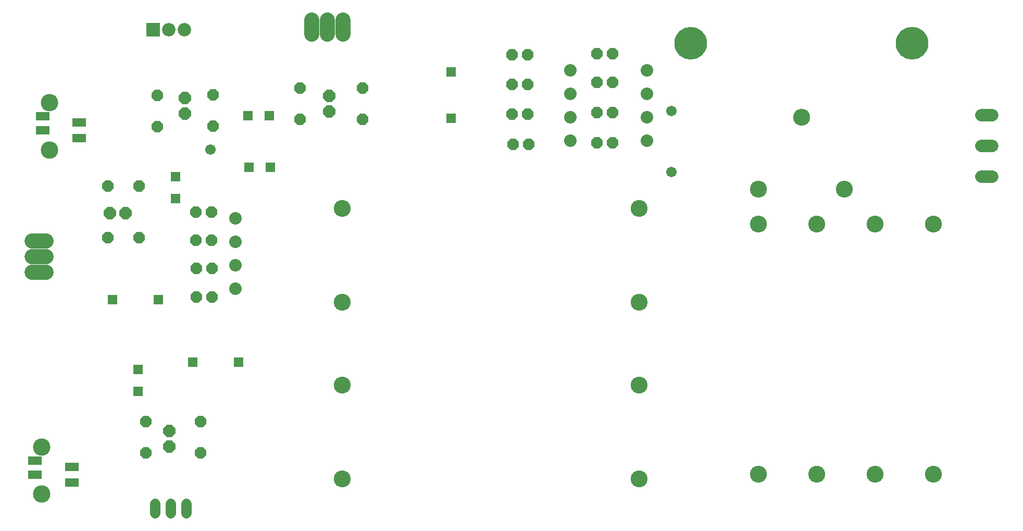
<source format=gbr>
G04 EAGLE Gerber RS-274X export*
G75*
%MOMM*%
%FSLAX34Y34*%
%LPD*%
%INSoldermask Top*%
%IPPOS*%
%AMOC8*
5,1,8,0,0,1.08239X$1,22.5*%
G01*
%ADD10C,2.033200*%
%ADD11C,1.727200*%
%ADD12R,1.611200X1.611200*%
%ADD13P,1.951982X8X112.500000*%
%ADD14P,2.144431X8X292.500000*%
%ADD15C,2.743200*%
%ADD16C,2.451100*%
%ADD17P,1.951982X8X22.500000*%
%ADD18P,2.144431X8X202.500000*%
%ADD19R,2.209800X1.397000*%
%ADD20C,2.832100*%
%ADD21C,2.753200*%
%ADD22C,5.303200*%
%ADD23P,1.951982X8X292.500000*%
%ADD24P,2.144431X8X112.500000*%
%ADD25C,1.993900*%
%ADD26P,1.951982X8X202.500000*%
%ADD27R,2.183200X2.183200*%
%ADD28C,2.183200*%
%ADD29C,1.703200*%


D10*
X353800Y505450D03*
X353800Y467350D03*
X353800Y429250D03*
X353800Y391150D03*
X1021900Y631750D03*
X1021900Y669850D03*
X1021900Y707950D03*
X1021900Y746050D03*
D11*
X273860Y41870D02*
X273860Y26630D01*
X248460Y26630D02*
X248460Y41870D01*
X223060Y41870D02*
X223060Y26630D01*
D12*
X283900Y272000D03*
X358900Y272000D03*
D13*
X296700Y124500D03*
X296700Y175300D03*
D12*
X194830Y259500D03*
X194830Y224500D03*
D14*
X245900Y134500D03*
X245900Y159900D03*
D12*
X703900Y668400D03*
X703900Y743400D03*
D15*
X527000Y521300D03*
X527000Y369300D03*
X527000Y234300D03*
X527000Y82300D03*
X1010000Y521300D03*
X1010000Y369300D03*
X1010000Y234300D03*
X1010000Y82300D03*
X1203100Y89800D03*
X1298100Y89800D03*
X1393100Y89800D03*
X1488100Y89800D03*
X1203100Y495800D03*
X1298100Y495800D03*
X1393100Y495800D03*
X1488100Y495800D03*
D16*
X45070Y418560D02*
X22591Y418560D01*
X22591Y443960D02*
X45070Y443960D01*
X45070Y469360D02*
X22591Y469360D01*
D17*
X146300Y474000D03*
X197100Y474000D03*
D18*
X149000Y514000D03*
X174400Y514000D03*
D12*
X256460Y572900D03*
X256460Y537900D03*
X228500Y373400D03*
X153500Y373400D03*
D19*
X27600Y112160D03*
X87544Y102000D03*
X27600Y89300D03*
X87544Y76600D03*
D20*
X38522Y134004D03*
X38522Y57296D03*
D19*
X39870Y671530D03*
X99814Y661370D03*
X39870Y648670D03*
X99814Y635970D03*
D20*
X50792Y693374D03*
X50792Y616666D03*
D21*
X1203400Y552700D03*
X1343400Y552700D03*
X1273400Y669700D03*
D22*
X1093400Y789700D03*
X1453400Y789700D03*
D16*
X477160Y805141D02*
X477160Y827620D01*
X502560Y827620D02*
X502560Y805141D01*
X527960Y805141D02*
X527960Y827620D01*
D23*
X458200Y716700D03*
X458200Y665900D03*
D24*
X505500Y704000D03*
X505500Y678600D03*
D12*
X375400Y588250D03*
X410400Y588250D03*
D13*
X226200Y654300D03*
X226200Y705100D03*
D24*
X271500Y701000D03*
X271500Y675600D03*
D12*
X373400Y671900D03*
X408400Y671900D03*
D10*
X897900Y631550D03*
X897900Y669650D03*
X897900Y707750D03*
X897900Y745850D03*
D23*
X559800Y716700D03*
X559800Y665900D03*
D13*
X316800Y655300D03*
X316800Y706100D03*
X207800Y124500D03*
X207800Y175300D03*
D17*
X146300Y557900D03*
X197100Y557900D03*
D25*
X1566047Y573200D02*
X1583954Y573200D01*
X1583954Y623200D02*
X1566047Y623200D01*
X1566047Y673200D02*
X1583954Y673200D01*
D26*
X314700Y516000D03*
X289300Y516000D03*
D17*
X289300Y470000D03*
X314700Y470000D03*
D26*
X315700Y424000D03*
X290300Y424000D03*
X315700Y378000D03*
X290300Y378000D03*
X829700Y626000D03*
X804300Y626000D03*
X828700Y675000D03*
X803300Y675000D03*
X828700Y723000D03*
X803300Y723000D03*
D17*
X803300Y771000D03*
X828700Y771000D03*
D26*
X966700Y628000D03*
X941300Y628000D03*
X966700Y677000D03*
X941300Y677000D03*
X966700Y726000D03*
X941300Y726000D03*
D17*
X941300Y773000D03*
X966700Y773000D03*
D27*
X219400Y812240D03*
D28*
X244900Y812240D03*
X270400Y812240D03*
D29*
X312400Y617000D03*
X1062000Y680000D03*
X1062000Y581000D03*
M02*

</source>
